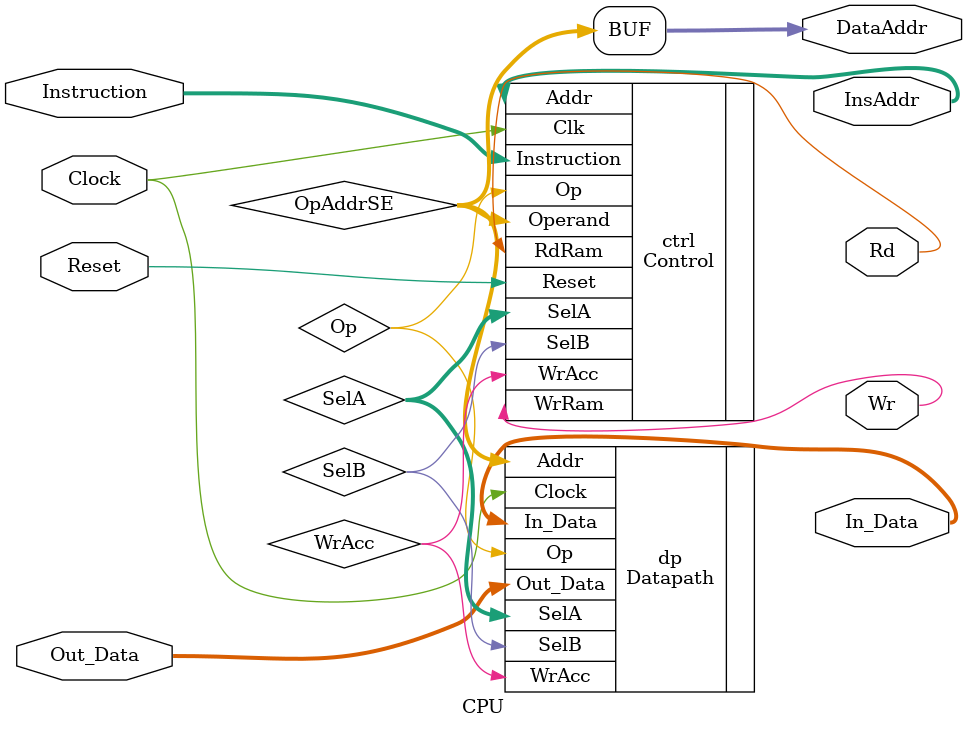
<source format=v>
`timescale 1ns / 1ps
module CPU(
    output [10:0] InsAddr,
    input [15:0] Instruction,
    output Rd,
    output Wr,
    output [10:0] DataAddr,
    output [15:0] In_Data,
    input [15:0] Out_Data,
	 input Clock,
	 input Reset
    );
wire [1:0] SelA;
wire SelB, WrAcc, Op;
wire [10:0] OpAddrSE;

assign DataAddr = OpAddrSE;

Control ctrl (
    .Clk(Clock), 
    .Instruction(Instruction), 
    .Reset(Reset), 
    .Addr(InsAddr), 
    .SelA(SelA), 
    .SelB(SelB), 
    .WrAcc(WrAcc), 
    .Op(Op), 
    .WrRam(Wr), 
    .RdRam(Rd), 
    .Operand(OpAddrSE)
    );

Datapath dp (
    .SelA(SelA), 
    .SelB(SelB), 
    .Addr(OpAddrSE), 
    .WrAcc(WrAcc), 
    .Op(Op), 
    .Clock(Clock), 
    .In_Data(In_Data), 
    .Out_Data(Out_Data)
    );



endmodule

</source>
